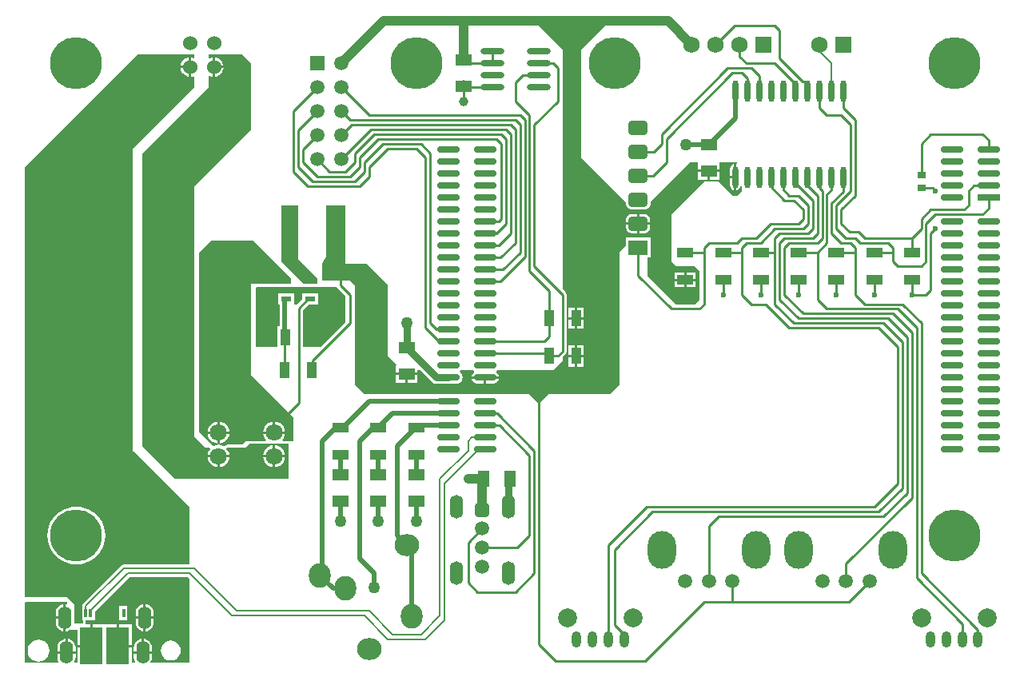
<source format=gtl>
G04 Layer_Physical_Order=1*
G04 Layer_Color=25308*
%FSLAX25Y25*%
%MOIN*%
G70*
G01*
G75*
%ADD10R,0.06693X0.04331*%
%ADD11R,0.07087X0.05118*%
%ADD12O,0.09449X0.02992*%
%ADD13R,0.09449X0.02992*%
%ADD14R,0.05118X0.07087*%
%ADD15R,0.06693X0.04134*%
%ADD16R,0.04134X0.06693*%
%ADD17O,0.02362X0.09055*%
%ADD18R,0.04331X0.02362*%
%ADD19R,0.06299X0.22441*%
%ADD20O,0.09843X0.02756*%
%ADD21R,0.01181X0.03543*%
%ADD22R,0.01969X0.03543*%
%ADD23R,0.09449X0.15748*%
%ADD24R,0.03543X0.02756*%
%ADD25C,0.01969*%
%ADD26C,0.00787*%
%ADD27C,0.02992*%
%ADD28C,0.03937*%
%ADD29C,0.00984*%
%ADD30C,0.06890*%
%ADD31R,0.06890X0.06890*%
%ADD32C,0.21654*%
G04:AMPARAMS|DCode=33|XSize=60mil|YSize=80mil|CornerRadius=15mil|HoleSize=0mil|Usage=FLASHONLY|Rotation=90.000|XOffset=0mil|YOffset=0mil|HoleType=Round|Shape=RoundedRectangle|*
%AMROUNDEDRECTD33*
21,1,0.06000,0.05000,0,0,90.0*
21,1,0.03000,0.08000,0,0,90.0*
1,1,0.03000,0.02500,0.01500*
1,1,0.03000,0.02500,-0.01500*
1,1,0.03000,-0.02500,-0.01500*
1,1,0.03000,-0.02500,0.01500*
%
%ADD33ROUNDEDRECTD33*%
%ADD34R,0.08000X0.06000*%
G04:AMPARAMS|DCode=35|XSize=59.84mil|YSize=59.84mil|CornerRadius=14.96mil|HoleSize=0mil|Usage=FLASHONLY|Rotation=0.000|XOffset=0mil|YOffset=0mil|HoleType=Round|Shape=RoundedRectangle|*
%AMROUNDEDRECTD35*
21,1,0.05984,0.02992,0,0,0.0*
21,1,0.02992,0.05984,0,0,0.0*
1,1,0.02992,0.01496,-0.01496*
1,1,0.02992,-0.01496,-0.01496*
1,1,0.02992,-0.01496,0.01496*
1,1,0.02992,0.01496,0.01496*
%
%ADD35ROUNDEDRECTD35*%
%ADD36C,0.05984*%
%ADD37O,0.05512X0.09843*%
%ADD38C,0.07874*%
%ADD39O,0.03937X0.06890*%
%ADD40C,0.06000*%
%ADD41C,0.05906*%
%ADD42O,0.11811X0.15748*%
%ADD43O,0.05512X0.09449*%
%ADD44C,0.07087*%
%ADD45R,0.05906X0.05906*%
%ADD46O,0.10236X0.09055*%
%ADD47O,0.09055X0.10236*%
%ADD48C,0.05000*%
%ADD49C,0.02362*%
%ADD50C,0.02756*%
%ADD51C,0.03937*%
G36*
X194882Y350394D02*
X194882Y322835D01*
X171260Y299213D01*
X171260Y194882D01*
X175984Y190157D01*
X177661D01*
X177908Y189657D01*
X177331Y188905D01*
X176873Y187800D01*
X176783Y187114D01*
X185816D01*
X185725Y187800D01*
X185268Y188905D01*
X184691Y189657D01*
X184937Y190157D01*
X192520Y190157D01*
X194094Y191732D01*
X204218D01*
X204527Y191692D01*
X204837Y191732D01*
X210630D01*
Y177165D01*
X163386Y177165D01*
X149606Y190945D01*
Y312992D01*
X177165Y340551D01*
Y345017D01*
X177665Y345307D01*
X178405Y345001D01*
X178949Y344929D01*
Y348898D01*
Y352866D01*
X178405Y352795D01*
X177665Y352488D01*
X177165Y352779D01*
Y354331D01*
X190945D01*
X194882Y350394D01*
D02*
G37*
G36*
X230695Y257283D02*
X230707Y257221D01*
X231077Y256668D01*
X234252Y253493D01*
X234252Y250000D01*
X234252Y242570D01*
X223965Y232283D01*
X216538D01*
Y247590D01*
X218751Y249803D01*
X223031D01*
Y254527D01*
X216338D01*
Y252216D01*
X214123Y250000D01*
X212795D01*
Y254527D01*
X206102D01*
Y249803D01*
X206749D01*
Y244094D01*
X206749Y244094D01*
Y240748D01*
X205974D01*
Y232283D01*
X196850D01*
X196850Y256930D01*
X197204Y257283D01*
X230695Y257283D01*
D02*
G37*
G36*
X344026Y367648D02*
X332677Y356299D01*
X332677Y311023D01*
X351095Y292606D01*
Y292122D01*
X351187Y291422D01*
X351457Y290770D01*
X351887Y290210D01*
X352447Y289780D01*
X353099Y289510D01*
X353799Y289418D01*
X358799D01*
X359499Y289510D01*
X360151Y289780D01*
X360711Y290210D01*
X361141Y290770D01*
X361411Y291422D01*
X361503Y292122D01*
Y292606D01*
X377953Y309055D01*
X381283D01*
Y306012D01*
X390370D01*
Y309055D01*
X397528D01*
X397680Y308856D01*
X397396Y308403D01*
X397291Y308423D01*
Y302953D01*
Y297482D01*
X397642Y297552D01*
X398364Y298034D01*
X398846Y298755D01*
X398944Y299249D01*
X399454D01*
X399566Y298685D01*
X399606Y298624D01*
Y297244D01*
X397638Y295275D01*
X395669Y295276D01*
X389764Y301181D01*
X384037Y301181D01*
X370079Y287402D01*
Y267717D01*
X372047Y265748D01*
X379921D01*
X381890Y263779D01*
X381890Y251968D01*
X379921Y250000D01*
X372047Y250000D01*
X360236Y261811D01*
X360236Y269441D01*
X361480D01*
Y277803D01*
X351118D01*
Y274346D01*
X348425Y271654D01*
X348425Y218779D01*
X348425Y218779D01*
Y216535D01*
X344488Y212598D01*
X318898D01*
X315211Y208911D01*
X314711D01*
X311024Y212598D01*
X242126D01*
X238189Y216535D01*
Y257874D01*
X236220Y259842D01*
X224763Y259842D01*
X224409Y260196D01*
X224409Y266732D01*
X226378Y269685D01*
Y291338D01*
X234252D01*
Y271654D01*
Y266732D01*
X243110D01*
X251969Y257874D01*
X251968Y228346D01*
X255448Y224867D01*
X255299Y224425D01*
X255299D01*
X255299Y224425D01*
Y221366D01*
X264386D01*
Y222441D01*
X265473D01*
X270315Y217599D01*
X270874Y217169D01*
X271335Y216979D01*
X271526Y216900D01*
X272224Y216808D01*
X280394D01*
X281093Y216900D01*
X281744Y217169D01*
X282303Y217599D01*
X282732Y218158D01*
X283002Y218809D01*
X283094Y219508D01*
X283002Y220207D01*
X282732Y220858D01*
X282303Y221417D01*
X282068Y221598D01*
X282024Y222157D01*
X282304Y222441D01*
X287587D01*
X287913Y222191D01*
X287942Y222160D01*
X287960Y221620D01*
X287492Y221307D01*
X286940Y220482D01*
X286846Y220008D01*
X298194D01*
X298099Y220482D01*
X297548Y221307D01*
X297079Y221620D01*
X297098Y222160D01*
X297126Y222191D01*
X297452Y222441D01*
X320866D01*
X322244Y223819D01*
X322441D01*
Y224016D01*
X324803Y226378D01*
Y227902D01*
X326009Y229109D01*
X326379Y229662D01*
X326509Y230315D01*
Y253937D01*
X326379Y254590D01*
X326009Y255143D01*
X324803Y256350D01*
X324803Y307087D01*
Y336614D01*
Y356299D01*
X313454Y367648D01*
X313645Y368110D01*
X343835D01*
X344026Y367648D01*
D02*
G37*
G36*
X211614Y260827D02*
X211614Y258488D01*
X197204Y258488D01*
X197204Y258488D01*
X197087Y258465D01*
X194882D01*
X194882Y220472D01*
X212598Y202756D01*
Y192913D01*
X210746D01*
X210630Y192937D01*
X208183D01*
X207937Y193437D01*
X208496Y194165D01*
X208954Y195271D01*
X209044Y195957D01*
X200011D01*
X200101Y195271D01*
X200559Y194165D01*
X201118Y193437D01*
X200872Y192937D01*
X194094D01*
X193978Y192913D01*
X192913D01*
X191362Y191362D01*
X184937Y191362D01*
X184745Y191323D01*
X184550Y191298D01*
X184516Y191278D01*
X184476Y191270D01*
X184313Y191161D01*
X184143Y191063D01*
X184119Y191031D01*
X184086Y191009D01*
X184043Y190945D01*
X183189D01*
X182533Y191217D01*
X181299Y191379D01*
X180066Y191217D01*
X179409Y190945D01*
X179134D01*
X173228Y196850D01*
Y271654D01*
X178150Y276575D01*
X195866D01*
X211614Y260827D01*
D02*
G37*
G36*
X171260Y354331D02*
Y352927D01*
X170844Y352649D01*
X170493Y352795D01*
X169949Y352866D01*
Y348898D01*
Y344929D01*
X170493Y345001D01*
X170844Y345146D01*
X171260Y344868D01*
Y340551D01*
X145669Y314961D01*
Y188976D01*
X169291Y165354D01*
X169291Y141369D01*
X141732D01*
X141118Y141247D01*
X140597Y140899D01*
X140597Y140899D01*
X124849Y125151D01*
X124501Y124630D01*
X124480Y124528D01*
X124379Y124016D01*
X124379Y124016D01*
X124213D01*
Y118110D01*
X124780D01*
Y117283D01*
X124426Y116929D01*
X121483Y116929D01*
X121154Y117305D01*
X121156Y117323D01*
Y121260D01*
X121063Y121966D01*
Y125000D01*
X118110Y127953D01*
X100394D01*
X100394Y307086D01*
X147638Y354331D01*
X171260Y354331D01*
D02*
G37*
G36*
X169291Y135524D02*
Y100394D01*
X153231D01*
X153010Y100842D01*
X153025Y100862D01*
X153403Y101775D01*
X153532Y102756D01*
Y104224D01*
X145956D01*
Y102756D01*
X146085Y101775D01*
X146463Y100862D01*
X146478Y100842D01*
X146257Y100394D01*
X145094D01*
Y106980D01*
X139370D01*
Y107480D01*
X138870D01*
Y116354D01*
X128846D01*
Y107480D01*
X128346D01*
Y106980D01*
X122622D01*
Y100394D01*
X121459D01*
X121238Y100842D01*
X121253Y100862D01*
X121632Y101775D01*
X121761Y102756D01*
Y104224D01*
X114184D01*
Y102756D01*
X114313Y101775D01*
X114692Y100862D01*
X114707Y100842D01*
X114486Y100394D01*
X100394D01*
Y114173D01*
X100394Y125631D01*
X100747Y125984D01*
X118110D01*
Y125305D01*
X117734Y124976D01*
X117685Y124982D01*
Y119291D01*
Y113600D01*
X118166Y113664D01*
X119079Y114042D01*
X119250Y114173D01*
X122622D01*
Y107980D01*
X127846D01*
Y116354D01*
X125984D01*
Y118110D01*
X129724D01*
Y121548D01*
X144366Y136190D01*
X168626D01*
X169291Y135524D01*
D02*
G37*
G36*
X214567Y268701D02*
X222441Y260827D01*
Y258841D01*
X222087Y258488D01*
X216906Y258488D01*
X207677Y267717D01*
Y291338D01*
X214567D01*
Y268701D01*
D02*
G37*
%LPC*%
G36*
X204028Y186114D02*
X200011D01*
X200101Y185428D01*
X200559Y184323D01*
X201287Y183374D01*
X202236Y182646D01*
X203342Y182188D01*
X204028Y182097D01*
Y186114D01*
D02*
G37*
G36*
X209044D02*
X205028D01*
Y182097D01*
X205714Y182188D01*
X206819Y182646D01*
X207768Y183374D01*
X208496Y184323D01*
X208954Y185428D01*
X209044Y186114D01*
D02*
G37*
G36*
X122047Y165588D02*
X120163Y165440D01*
X118325Y164999D01*
X116579Y164275D01*
X114967Y163288D01*
X113530Y162060D01*
X112303Y160623D01*
X111315Y159012D01*
X110592Y157265D01*
X110151Y155428D01*
X110002Y153543D01*
X110151Y151659D01*
X110592Y149821D01*
X111315Y148075D01*
X112303Y146463D01*
X113530Y145026D01*
X114967Y143799D01*
X116579Y142811D01*
X118325Y142088D01*
X120163Y141647D01*
X122047Y141498D01*
X123931Y141647D01*
X125769Y142088D01*
X127515Y142811D01*
X129127Y143799D01*
X130564Y145026D01*
X131792Y146463D01*
X132779Y148075D01*
X133503Y149821D01*
X133944Y151659D01*
X134092Y153543D01*
X133944Y155428D01*
X133503Y157265D01*
X132779Y159012D01*
X131792Y160623D01*
X130564Y162060D01*
X129127Y163288D01*
X127515Y164275D01*
X125769Y164999D01*
X123931Y165440D01*
X122047Y165588D01*
D02*
G37*
G36*
X180799Y186114D02*
X176783D01*
X176873Y185428D01*
X177331Y184323D01*
X178059Y183374D01*
X179008Y182646D01*
X180113Y182188D01*
X180799Y182097D01*
Y186114D01*
D02*
G37*
G36*
X185816D02*
X181799D01*
Y182097D01*
X182485Y182188D01*
X183590Y182646D01*
X184539Y183374D01*
X185268Y184323D01*
X185725Y185428D01*
X185816Y186114D01*
D02*
G37*
G36*
X181799Y200973D02*
Y196957D01*
X185816D01*
X185725Y197643D01*
X185268Y198748D01*
X184539Y199697D01*
X183590Y200425D01*
X182485Y200883D01*
X181799Y200973D01*
D02*
G37*
G36*
X180799D02*
X180113Y200883D01*
X179008Y200425D01*
X178059Y199697D01*
X177331Y198748D01*
X176873Y197643D01*
X176783Y196957D01*
X180799D01*
Y200973D01*
D02*
G37*
G36*
X205028D02*
Y196957D01*
X209044D01*
X208954Y197643D01*
X208496Y198748D01*
X207768Y199697D01*
X206819Y200425D01*
X205714Y200883D01*
X205028Y200973D01*
D02*
G37*
G36*
X204028D02*
X203342Y200883D01*
X202236Y200425D01*
X201287Y199697D01*
X200559Y198748D01*
X200101Y197643D01*
X200011Y196957D01*
X204028D01*
Y200973D01*
D02*
G37*
G36*
X205028Y191131D02*
Y187114D01*
X209044D01*
X208954Y187800D01*
X208496Y188905D01*
X207768Y189854D01*
X206819Y190583D01*
X205714Y191041D01*
X205028Y191131D01*
D02*
G37*
G36*
X204028D02*
X203342Y191041D01*
X202236Y190583D01*
X201287Y189854D01*
X200559Y188905D01*
X200101Y187800D01*
X200011Y187114D01*
X204028D01*
Y191131D01*
D02*
G37*
G36*
X185816Y195957D02*
X181799D01*
Y191940D01*
X182485Y192030D01*
X183590Y192488D01*
X184539Y193216D01*
X185268Y194165D01*
X185725Y195271D01*
X185816Y195957D01*
D02*
G37*
G36*
X180799D02*
X176783D01*
X176873Y195271D01*
X177331Y194165D01*
X178059Y193216D01*
X179008Y192488D01*
X180113Y192030D01*
X180799Y191940D01*
Y195957D01*
D02*
G37*
G36*
X149244Y110415D02*
X148764Y110352D01*
X147850Y109974D01*
X147065Y109372D01*
X146463Y108587D01*
X146085Y107673D01*
X145956Y106693D01*
Y105224D01*
X149244D01*
Y110415D01*
D02*
G37*
G36*
X150244D02*
Y105224D01*
X153532D01*
Y106693D01*
X153403Y107673D01*
X153025Y108587D01*
X152423Y109372D01*
X151638Y109974D01*
X150724Y110352D01*
X150244Y110415D01*
D02*
G37*
G36*
X145094Y116354D02*
X139870D01*
Y107980D01*
X145094D01*
Y116354D01*
D02*
G37*
G36*
X118472Y110415D02*
Y105224D01*
X121761D01*
Y106693D01*
X121632Y107673D01*
X121253Y108587D01*
X120651Y109372D01*
X119867Y109974D01*
X118953Y110352D01*
X118472Y110415D01*
D02*
G37*
G36*
X106299Y110078D02*
X105117Y109923D01*
X104016Y109467D01*
X103070Y108741D01*
X102344Y107795D01*
X101888Y106694D01*
X101733Y105512D01*
X101888Y104330D01*
X102344Y103228D01*
X103070Y102283D01*
X104016Y101557D01*
X105117Y101101D01*
X106299Y100945D01*
X107481Y101101D01*
X108582Y101557D01*
X109528Y102283D01*
X110254Y103228D01*
X110710Y104330D01*
X110866Y105512D01*
X110710Y106694D01*
X110254Y107795D01*
X109528Y108741D01*
X108582Y109467D01*
X107481Y109923D01*
X106299Y110078D01*
D02*
G37*
G36*
X161417Y109681D02*
X160338Y109539D01*
X159333Y109123D01*
X158469Y108460D01*
X157806Y107597D01*
X157390Y106591D01*
X157248Y105512D01*
X157390Y104433D01*
X157806Y103427D01*
X158469Y102564D01*
X159333Y101901D01*
X160338Y101484D01*
X161417Y101342D01*
X162496Y101484D01*
X163502Y101901D01*
X164366Y102564D01*
X165028Y103427D01*
X165445Y104433D01*
X165587Y105512D01*
X165445Y106591D01*
X165028Y107597D01*
X164366Y108460D01*
X163502Y109123D01*
X162496Y109539D01*
X161417Y109681D01*
D02*
G37*
G36*
X117472Y110415D02*
X116992Y110352D01*
X116078Y109974D01*
X115294Y109372D01*
X114692Y108587D01*
X114313Y107673D01*
X114184Y106693D01*
Y105224D01*
X117472D01*
Y110415D01*
D02*
G37*
G36*
X116685Y124982D02*
X116205Y124919D01*
X115291Y124541D01*
X114506Y123939D01*
X113904Y123154D01*
X113526Y122240D01*
X113397Y121260D01*
Y119791D01*
X116685D01*
Y124982D01*
D02*
G37*
G36*
X150031D02*
X149551Y124919D01*
X148637Y124541D01*
X147853Y123939D01*
X147251Y123154D01*
X146872Y122240D01*
X146743Y121260D01*
Y119791D01*
X150031D01*
Y124982D01*
D02*
G37*
G36*
X151031D02*
Y119791D01*
X154320D01*
Y121260D01*
X154191Y122240D01*
X153812Y123154D01*
X153210Y123939D01*
X152426Y124541D01*
X151512Y124919D01*
X151031Y124982D01*
D02*
G37*
G36*
X143504Y124016D02*
X139961D01*
Y118110D01*
X143504D01*
Y124016D01*
D02*
G37*
G36*
X116685Y118791D02*
X113397D01*
Y117323D01*
X113526Y116342D01*
X113904Y115429D01*
X114506Y114644D01*
X115291Y114042D01*
X116205Y113664D01*
X116685Y113600D01*
Y118791D01*
D02*
G37*
G36*
X150031D02*
X146743D01*
Y117323D01*
X146872Y116342D01*
X147251Y115429D01*
X147853Y114644D01*
X148637Y114042D01*
X149551Y113664D01*
X150031Y113600D01*
Y118791D01*
D02*
G37*
G36*
X154320D02*
X151031D01*
Y113600D01*
X151512Y113664D01*
X152426Y114042D01*
X153210Y114644D01*
X153812Y115429D01*
X154191Y116342D01*
X154320Y117323D01*
Y118791D01*
D02*
G37*
G36*
X355799Y287671D02*
X353799D01*
X352824Y287477D01*
X351997Y286924D01*
X351444Y286097D01*
X351250Y285122D01*
Y284122D01*
X355799D01*
Y287671D01*
D02*
G37*
G36*
X358799D02*
X356799D01*
Y284122D01*
X361348D01*
Y285122D01*
X361154Y286097D01*
X360602Y286924D01*
X359775Y287477D01*
X358799Y287671D01*
D02*
G37*
G36*
X396291Y302453D02*
X394567D01*
Y299606D01*
X394737Y298755D01*
X395219Y298034D01*
X395940Y297552D01*
X396291Y297482D01*
Y302453D01*
D02*
G37*
G36*
X361348Y283122D02*
X356799D01*
Y279573D01*
X358799D01*
X359775Y279767D01*
X360602Y280320D01*
X361154Y281147D01*
X361348Y282122D01*
Y283122D01*
D02*
G37*
G36*
X375484Y263205D02*
X371638D01*
Y260638D01*
X375484D01*
Y263205D01*
D02*
G37*
G36*
X380331D02*
X376484D01*
Y260638D01*
X380331D01*
Y263205D01*
D02*
G37*
G36*
X355799Y283122D02*
X351250D01*
Y282122D01*
X351444Y281147D01*
X351997Y280320D01*
X352824Y279767D01*
X353799Y279573D01*
X355799D01*
Y283122D01*
D02*
G37*
G36*
X183417Y348398D02*
X179949D01*
Y344929D01*
X180493Y345001D01*
X181466Y345404D01*
X182302Y346045D01*
X182943Y346880D01*
X183346Y347853D01*
X183417Y348398D01*
D02*
G37*
G36*
X168949Y352866D02*
X168405Y352795D01*
X167431Y352392D01*
X166596Y351750D01*
X165955Y350915D01*
X165552Y349942D01*
X165480Y349398D01*
X168949D01*
Y352866D01*
D02*
G37*
G36*
X179949D02*
Y349398D01*
X183417D01*
X183346Y349942D01*
X182943Y350915D01*
X182302Y351750D01*
X181466Y352392D01*
X180493Y352795D01*
X179949Y352866D01*
D02*
G37*
G36*
X168949Y348398D02*
X165480D01*
X165552Y347853D01*
X165955Y346880D01*
X166596Y346045D01*
X167431Y345404D01*
X168405Y345001D01*
X168949Y344929D01*
Y348398D01*
D02*
G37*
G36*
X385327Y305012D02*
X381283D01*
Y301953D01*
X385327D01*
Y305012D01*
D02*
G37*
G36*
X390370D02*
X386327D01*
Y301953D01*
X390370D01*
Y305012D01*
D02*
G37*
G36*
X396291Y308423D02*
X395940Y308354D01*
X395219Y307872D01*
X394737Y307150D01*
X394567Y306299D01*
Y303453D01*
X396291D01*
Y308423D01*
D02*
G37*
G36*
X329913Y227846D02*
X327346D01*
Y224000D01*
X329913D01*
Y227846D01*
D02*
G37*
G36*
X333480D02*
X330913D01*
Y224000D01*
X333480D01*
Y227846D01*
D02*
G37*
G36*
X329913Y232693D02*
X327346D01*
Y228846D01*
X329913D01*
Y232693D01*
D02*
G37*
G36*
X264386Y220366D02*
X260343D01*
Y217307D01*
X264386D01*
Y220366D01*
D02*
G37*
G36*
X292020Y219008D02*
X286846D01*
X286940Y218534D01*
X287492Y217708D01*
X288317Y217157D01*
X289291Y216963D01*
X292020D01*
Y219008D01*
D02*
G37*
G36*
X298194D02*
X293020D01*
Y216963D01*
X295748D01*
X296722Y217157D01*
X297548Y217708D01*
X298099Y218534D01*
X298194Y219008D01*
D02*
G37*
G36*
X259343Y220366D02*
X255299D01*
Y217307D01*
X259343D01*
Y220366D01*
D02*
G37*
G36*
X333480Y248441D02*
X330913D01*
Y244594D01*
X333480D01*
Y248441D01*
D02*
G37*
G36*
X375484Y259638D02*
X371638D01*
Y257071D01*
X375484D01*
Y259638D01*
D02*
G37*
G36*
X380331D02*
X376484D01*
Y257071D01*
X380331D01*
Y259638D01*
D02*
G37*
G36*
X329913Y248441D02*
X327346D01*
Y244594D01*
X329913D01*
Y248441D01*
D02*
G37*
G36*
X333480Y232693D02*
X330913D01*
Y228846D01*
X333480D01*
Y232693D01*
D02*
G37*
G36*
X329913Y243594D02*
X327346D01*
Y239748D01*
X329913D01*
Y243594D01*
D02*
G37*
G36*
X333480D02*
X330913D01*
Y239748D01*
X333480D01*
Y243594D01*
D02*
G37*
%LPD*%
D10*
X263779Y198622D02*
D03*
Y187205D02*
D03*
X248031Y198622D02*
D03*
Y187205D02*
D03*
X232283Y198622D02*
D03*
Y187205D02*
D03*
D11*
Y167717D02*
D03*
Y178740D02*
D03*
X385827Y316535D02*
D03*
Y305512D02*
D03*
X283465Y340945D02*
D03*
Y351969D02*
D03*
X228346Y263386D02*
D03*
Y252362D02*
D03*
X200787Y263386D02*
D03*
Y252362D02*
D03*
X259842Y220866D02*
D03*
Y231890D02*
D03*
X248031Y167717D02*
D03*
Y178740D02*
D03*
X263779Y167717D02*
D03*
Y178740D02*
D03*
D12*
X277165Y209508D02*
D03*
Y204508D02*
D03*
Y199508D02*
D03*
Y194508D02*
D03*
Y189508D02*
D03*
X292520Y209508D02*
D03*
Y204508D02*
D03*
Y199508D02*
D03*
Y194508D02*
D03*
Y189508D02*
D03*
X277165Y314508D02*
D03*
Y309508D02*
D03*
Y304508D02*
D03*
Y299508D02*
D03*
Y294508D02*
D03*
Y289508D02*
D03*
Y284508D02*
D03*
Y279508D02*
D03*
Y274508D02*
D03*
Y269508D02*
D03*
Y264508D02*
D03*
Y259508D02*
D03*
Y254508D02*
D03*
Y249508D02*
D03*
Y244508D02*
D03*
Y239508D02*
D03*
Y234508D02*
D03*
Y229508D02*
D03*
Y224508D02*
D03*
Y219508D02*
D03*
X292520Y314508D02*
D03*
Y309508D02*
D03*
Y304508D02*
D03*
Y299508D02*
D03*
Y294508D02*
D03*
Y289508D02*
D03*
Y284508D02*
D03*
Y279508D02*
D03*
Y274508D02*
D03*
Y269508D02*
D03*
Y264508D02*
D03*
Y259508D02*
D03*
Y254508D02*
D03*
Y249508D02*
D03*
Y244508D02*
D03*
Y239508D02*
D03*
Y234508D02*
D03*
Y229508D02*
D03*
Y224508D02*
D03*
Y219508D02*
D03*
X487165Y284508D02*
D03*
Y279508D02*
D03*
Y274508D02*
D03*
Y269508D02*
D03*
Y264508D02*
D03*
Y259508D02*
D03*
Y254508D02*
D03*
Y249508D02*
D03*
Y244508D02*
D03*
Y239508D02*
D03*
Y234508D02*
D03*
Y229508D02*
D03*
Y224508D02*
D03*
Y219508D02*
D03*
Y214508D02*
D03*
Y209508D02*
D03*
Y204508D02*
D03*
Y199508D02*
D03*
Y194508D02*
D03*
Y189508D02*
D03*
X502520Y284508D02*
D03*
Y279508D02*
D03*
Y274508D02*
D03*
Y269508D02*
D03*
Y264508D02*
D03*
Y259508D02*
D03*
Y254508D02*
D03*
Y249508D02*
D03*
Y244508D02*
D03*
Y239508D02*
D03*
Y234508D02*
D03*
Y229508D02*
D03*
Y224508D02*
D03*
Y219508D02*
D03*
Y214508D02*
D03*
Y209508D02*
D03*
Y204508D02*
D03*
Y199508D02*
D03*
Y194508D02*
D03*
Y189508D02*
D03*
X487165Y314508D02*
D03*
Y309508D02*
D03*
Y304508D02*
D03*
Y299508D02*
D03*
Y294508D02*
D03*
X502520Y314508D02*
D03*
Y309508D02*
D03*
Y304508D02*
D03*
Y299508D02*
D03*
D13*
Y294508D02*
D03*
D14*
X302756Y177165D02*
D03*
X291732D02*
D03*
D15*
X391732Y260138D02*
D03*
Y271358D02*
D03*
X407480Y260138D02*
D03*
Y271358D02*
D03*
X423228Y260138D02*
D03*
Y271358D02*
D03*
X470472Y260138D02*
D03*
Y271358D02*
D03*
X438976Y260138D02*
D03*
Y271358D02*
D03*
X454724Y260138D02*
D03*
Y271358D02*
D03*
X375984Y260138D02*
D03*
Y271358D02*
D03*
D16*
X330413Y228346D02*
D03*
X319193D02*
D03*
X330413Y244094D02*
D03*
X319193D02*
D03*
X220443Y236220D02*
D03*
X209222D02*
D03*
X208957Y222441D02*
D03*
X220177D02*
D03*
D17*
X396791Y302953D02*
D03*
X401791D02*
D03*
X406791D02*
D03*
X411791D02*
D03*
X416791D02*
D03*
X421791D02*
D03*
X426791D02*
D03*
X431791D02*
D03*
X436791D02*
D03*
X441791D02*
D03*
X396791Y338779D02*
D03*
X401791D02*
D03*
X406791D02*
D03*
X411791D02*
D03*
X416791D02*
D03*
X421791D02*
D03*
X426791D02*
D03*
X431791D02*
D03*
X436791D02*
D03*
X441791D02*
D03*
D18*
X209449Y252165D02*
D03*
Y259646D02*
D03*
X219685D02*
D03*
Y255906D02*
D03*
Y252165D02*
D03*
D19*
X211220Y279527D02*
D03*
X229724D02*
D03*
D20*
X295472Y355532D02*
D03*
Y350532D02*
D03*
Y345532D02*
D03*
Y340531D02*
D03*
X314764Y355532D02*
D03*
Y350532D02*
D03*
Y345532D02*
D03*
Y340531D02*
D03*
D21*
X127953Y121063D02*
D03*
X125984D02*
D03*
X141732D02*
D03*
D22*
X123622D02*
D03*
X144094D02*
D03*
D23*
X128346Y107480D02*
D03*
X139370D02*
D03*
D24*
X474409Y298425D02*
D03*
Y303937D02*
D03*
D25*
X240157Y143701D02*
X246063Y137795D01*
Y131890D02*
Y137795D01*
X263779Y159449D02*
Y167717D01*
X248031Y159449D02*
Y167717D01*
X232283Y159449D02*
Y167717D01*
X263779Y178740D02*
Y187205D01*
X248031Y178740D02*
Y187205D01*
X232283Y178740D02*
Y187205D01*
X264468Y199508D02*
X277165D01*
X255906Y190945D02*
X264468Y199508D01*
X255906Y153543D02*
Y190945D01*
X240157Y192913D02*
X245866Y198622D01*
X248031D01*
X224409Y192913D02*
X230118Y198622D01*
X232283D01*
X244094Y209508D02*
X277165D01*
X233209Y198622D02*
X244094Y209508D01*
X232283Y198622D02*
X233209D01*
X253917Y204508D02*
X277165D01*
X248031Y198622D02*
X253917Y204508D01*
X208957Y244094D02*
X208957Y244094D01*
Y251673D01*
X209449Y252165D01*
X208957Y235955D02*
Y244094D01*
X123622Y121063D02*
Y125591D01*
X124016Y125984D01*
X123622Y118110D02*
Y121063D01*
X385827Y316535D02*
X396791Y327500D01*
Y338779D01*
X376378Y316535D02*
X385827D01*
X224409Y137795D02*
Y192913D01*
X223622Y137008D02*
X224409Y137795D01*
X223622Y137008D02*
X229134Y131496D01*
X234252D01*
X240157Y143701D02*
Y192913D01*
X255906Y153543D02*
X259842Y149606D01*
X261811Y119685D02*
Y147638D01*
X259842Y149606D02*
X261811Y147638D01*
D26*
X289901Y189508D02*
X292520D01*
X275590Y175197D02*
X289901Y189508D01*
X275590Y118110D02*
Y175197D01*
X285433Y188976D02*
Y192913D01*
X273622Y177165D02*
X285433Y188976D01*
X273622Y120079D02*
Y177165D01*
X432008Y355394D02*
Y358268D01*
Y355394D02*
X436791Y350610D01*
Y338779D02*
Y350610D01*
X187008Y120079D02*
X242126D01*
X169291Y137795D02*
X187008Y120079D01*
X143701Y137795D02*
X169291D01*
X188976Y122047D02*
X244094D01*
X171260Y139764D02*
X188976Y122047D01*
X141732Y139764D02*
X171260D01*
X143504Y120472D02*
X144094Y121063D01*
X143504Y118110D02*
Y120472D01*
Y121653D02*
X144094Y121063D01*
X143504Y121653D02*
Y124016D01*
X287028Y194508D02*
X292520D01*
X285433Y192913D02*
X287028Y194508D01*
X125984Y121063D02*
Y124016D01*
X127953Y121063D02*
Y122047D01*
X143701Y137795D01*
X125984Y124016D02*
X141732Y139764D01*
X242126Y120079D02*
X251969Y110236D01*
X244094Y122047D02*
X253937Y112205D01*
X251969Y110236D02*
X267717D01*
X253937Y112205D02*
X265748D01*
X267717Y110236D02*
X275590Y118110D01*
X265748Y112205D02*
X273622Y120079D01*
D27*
X259842Y231890D02*
X272224Y219508D01*
X302106Y165354D02*
Y176516D01*
X302756Y177165D01*
X272224Y219508D02*
X277165D01*
X259842Y231890D02*
Y242126D01*
D28*
X285433Y177165D02*
X291732D01*
X368858Y368110D02*
X378701Y358268D01*
X283465Y368110D02*
X368858D01*
X228346Y263386D02*
X229724Y264764D01*
X291338Y164291D02*
Y176772D01*
X291732Y177165D01*
X232441Y350394D02*
X250157Y368110D01*
X283465Y351969D02*
Y368110D01*
X250157D02*
X283465D01*
D29*
X478346Y279527D02*
X480315Y281496D01*
X478346Y255906D02*
Y279527D01*
X476378Y253937D02*
X478346Y255906D01*
X476378Y283465D02*
X480315Y287402D01*
X476378Y267717D02*
Y283465D01*
X474409Y265748D02*
X476378Y267717D01*
X492126Y289370D02*
X494094Y291338D01*
X478346Y289370D02*
X492126D01*
X474409Y285433D02*
X478346Y289370D01*
X498032Y110236D02*
Y114173D01*
X466535Y250000D02*
X474409Y242126D01*
Y137795D02*
Y242126D01*
Y137795D02*
X498032Y114173D01*
X464567Y248031D02*
X472441Y240157D01*
Y135827D02*
Y240157D01*
Y135827D02*
X491634Y116634D01*
X462598Y246063D02*
X470472Y238189D01*
Y169291D02*
Y238189D01*
X442913Y141732D02*
X470472Y169291D01*
X460630Y244094D02*
X468504Y236220D01*
Y171260D02*
Y236220D01*
X458661Y161417D02*
X468504Y171260D01*
X458661Y242126D02*
X466535Y234252D01*
Y173228D02*
Y234252D01*
X456693Y163386D02*
X466535Y173228D01*
X456693Y240157D02*
X464567Y232283D01*
Y175197D02*
Y232283D01*
X454724Y165354D02*
X464567Y175197D01*
X491634Y110236D02*
Y116634D01*
X319193Y228346D02*
X322835D01*
X324803Y230315D01*
X312992Y265748D02*
X324803Y253937D01*
Y230315D02*
Y253937D01*
X311024Y263779D02*
X319193Y255610D01*
Y236516D02*
Y255610D01*
X317185Y234508D02*
X319193Y236516D01*
X292520Y234508D02*
X317185D01*
X415354Y352362D02*
Y364173D01*
Y352362D02*
X424823Y342894D01*
X426791D01*
X285433Y150512D02*
X291338Y156417D01*
X285433Y133858D02*
Y150512D01*
Y133858D02*
X289370Y129921D01*
X383858Y250000D02*
Y273622D01*
X381890Y248031D02*
X383858Y250000D01*
X370079Y248031D02*
X381890D01*
X356299Y261811D02*
X370079Y248031D01*
X356299Y261811D02*
Y273622D01*
X218701Y252165D02*
X219685D01*
X214832Y248297D02*
X218701Y252165D01*
X214832Y208790D02*
Y248297D01*
X479134Y298425D02*
X480315Y297244D01*
X350394Y110236D02*
Y112205D01*
X346457Y116142D02*
X350394Y112205D01*
X346457Y116142D02*
Y147638D01*
X368110Y318898D02*
X395669Y346457D01*
X368110Y309055D02*
Y318898D01*
X362677Y303622D02*
X368110Y309055D01*
X366142Y320866D02*
X393701Y348425D01*
X366142Y316929D02*
Y320866D01*
X362835Y313622D02*
X366142Y316929D01*
X399606Y346457D02*
X401791Y344272D01*
Y338779D02*
Y344272D01*
X403543Y348425D02*
X406791Y345177D01*
Y338779D02*
Y345177D01*
X398701Y353268D02*
X401575Y350394D01*
X398701Y353268D02*
Y358268D01*
X435039Y328740D02*
X440945D01*
X431791Y331988D02*
X435039Y328740D01*
X431791Y331988D02*
Y338779D01*
X267717Y240157D02*
Y311024D01*
X263779Y314961D02*
X267717Y311024D01*
X251968Y314961D02*
X263779D01*
X269685Y242126D02*
Y312992D01*
X265748Y316929D02*
X269685Y312992D01*
X250000Y316929D02*
X265748D01*
X244094Y307087D02*
X251968Y314961D01*
X244094Y303150D02*
Y307087D01*
X240157Y299213D02*
X244094Y303150D01*
X218504Y299213D02*
X240157D01*
X242126Y309055D02*
X250000Y316929D01*
X238189Y301181D02*
X242126Y305118D01*
Y309055D01*
X220472Y301181D02*
X238189D01*
X240157Y307087D02*
Y311024D01*
X236220Y303150D02*
X240157Y307087D01*
X222441Y303150D02*
X236220D01*
X238189Y309055D02*
Y312992D01*
X234252Y305118D02*
X238189Y309055D01*
X227716Y305118D02*
X234252D01*
X212598Y305118D02*
X218504Y299213D01*
X212598Y305118D02*
Y330551D01*
X214567Y307087D02*
X220472Y301181D01*
X214567Y307087D02*
Y322520D01*
X216535Y309055D02*
X222441Y303150D01*
X216535Y309055D02*
Y314488D01*
X208799Y202756D02*
X214832Y208790D01*
X292520Y199508D02*
X298524D01*
X291338Y148543D02*
X306024D01*
X343996Y110236D02*
Y149409D01*
X359941Y165354D01*
X305118Y342520D02*
X308130Y345532D01*
X314764D01*
X320728Y350532D02*
X322835Y348425D01*
X314764Y350532D02*
X320728D01*
X280925Y340531D02*
X295472D01*
Y350532D02*
Y355532D01*
X346457Y147638D02*
X362205Y163386D01*
X280925Y340531D02*
X283465Y343071D01*
Y334646D02*
Y343071D01*
X385827Y134646D02*
Y157480D01*
X389764Y161417D01*
X208957Y235955D02*
X209222Y236220D01*
X208957Y222441D02*
Y235955D01*
X292520Y204508D02*
X297461D01*
X306024Y148543D02*
X311024Y153543D01*
Y187008D01*
X298524Y199508D02*
X311024Y187008D01*
X312992Y137795D02*
Y188976D01*
X297461Y204508D02*
X312992Y188976D01*
X289370Y129921D02*
X305118D01*
X312992Y137795D01*
X220177Y222441D02*
X220472D01*
Y226378D01*
X283465Y350532D02*
X295472D01*
X292520Y234508D02*
X292776Y234252D01*
X273366Y234508D02*
X277165D01*
X267717Y240157D02*
X273366Y234508D01*
X292520Y284508D02*
X298287D01*
X299213Y285433D01*
Y316929D01*
X297244Y318898D02*
X299213Y316929D01*
X248031Y318898D02*
X297244D01*
X292520Y279508D02*
X297224D01*
X301181Y283465D01*
Y318898D01*
X301181D02*
X301181D01*
X299213Y320866D02*
X301181Y318898D01*
X246063Y320866D02*
X299213D01*
X292520Y274508D02*
X298130D01*
X303150Y279527D01*
Y320866D01*
X301181Y322835D02*
X303150Y320866D01*
X244882Y322835D02*
X301181D01*
X292520Y269508D02*
X299035D01*
X305118Y275590D01*
Y322835D01*
X303150Y324803D02*
X305118Y322835D01*
X236850Y324803D02*
X303150D01*
X292520Y264508D02*
X299941D01*
X307087Y271654D01*
Y324803D01*
X305118Y326772D02*
X307087Y324803D01*
X236063Y326772D02*
X305118D01*
X322835Y334646D02*
Y348425D01*
X292520Y259508D02*
X298878D01*
X309055Y269685D01*
Y326772D01*
X307087Y328740D02*
X309055Y326772D01*
X244094Y328740D02*
X307087D01*
X232441Y340394D02*
X244094Y328740D01*
X232441Y330394D02*
X236063Y326772D01*
X232441Y320394D02*
X236850Y324803D01*
X232441Y310394D02*
X244882Y322835D01*
X238189Y312992D02*
X246063Y320866D01*
X240157Y311024D02*
X248031Y318898D01*
X212598Y330551D02*
X222441Y340394D01*
X216535Y314488D02*
X222441Y320394D01*
X305118Y334646D02*
Y342520D01*
Y334646D02*
X311024Y328740D01*
Y263779D02*
Y328740D01*
X312992Y324803D02*
X322835Y334646D01*
X312992Y265748D02*
Y324803D01*
X272303Y239508D02*
X277165D01*
X269685Y242126D02*
X272303Y239508D01*
X214567Y322520D02*
X222441Y330394D01*
Y310394D02*
X227716Y305118D01*
X442913Y134646D02*
Y141732D01*
X389764Y161417D02*
X458661D01*
X362205Y163386D02*
X456693D01*
X359941Y165354D02*
X454724D01*
X502520Y289921D02*
Y294508D01*
X500000Y287402D02*
X502520Y289921D01*
X480315Y287402D02*
X500000D01*
X496358Y299508D02*
X502520D01*
X494094Y297244D02*
X496358Y299508D01*
X494094Y291338D02*
Y297244D01*
X470472Y253937D02*
Y260138D01*
X454724Y253937D02*
Y260138D01*
X438976Y253937D02*
Y260138D01*
X438976Y253937D02*
X438976Y253937D01*
X423228Y253937D02*
Y260138D01*
X407480Y253937D02*
Y260138D01*
X446850Y253937D02*
X450787Y250000D01*
X466535D01*
X431102Y251968D02*
X435039Y248031D01*
X464567D01*
X425197Y246063D02*
X462598D01*
X423228Y244094D02*
X460630D01*
X462598Y267717D02*
X464567Y265748D01*
X441791Y331831D02*
Y338779D01*
Y331831D02*
X446850Y326772D01*
X470472Y271358D02*
Y277559D01*
X423228Y271358D02*
X430807D01*
X417323Y253937D02*
X425197Y246063D01*
X415354Y251969D02*
X423228Y244094D01*
X413386Y250000D02*
X421260Y242126D01*
X458661D01*
X407480Y271358D02*
X413091D01*
X438976D02*
X446555D01*
X419291Y240157D02*
X456693D01*
X409449Y250000D02*
X419291Y240157D01*
X454724Y271358D02*
X462303D01*
X356299Y313622D02*
X362835D01*
X464567Y265748D02*
X474409D01*
X470472Y277559D02*
X474409Y281496D01*
Y285433D01*
Y298425D02*
X479134D01*
X502520Y314508D02*
Y318346D01*
X500000Y320866D02*
X502520Y318346D01*
X478346Y320866D02*
X500000D01*
X474409Y316929D02*
X478346Y320866D01*
X474409Y303937D02*
Y316929D01*
X462598Y267717D02*
Y273622D01*
X460630Y275590D02*
X462598Y273622D01*
X399606Y253937D02*
X403543Y250000D01*
X409449D01*
X375984Y271358D02*
X383563D01*
X391732D02*
X399311D01*
X470472Y253937D02*
X476378D01*
X391732D02*
Y260138D01*
X413386Y250000D02*
Y277559D01*
X415354Y251969D02*
Y275590D01*
X431102Y251968D02*
Y271654D01*
X436791Y297461D02*
Y302953D01*
X431791Y298524D02*
Y302953D01*
X419291Y275590D02*
X431102D01*
X417323Y273622D02*
X419291Y275590D01*
X417323Y253937D02*
Y273622D01*
X426791Y299587D02*
Y302953D01*
X417323Y277559D02*
X429134D01*
X415354Y275590D02*
X417323Y277559D01*
X421791Y300650D02*
Y302953D01*
X413386Y277559D02*
X415354Y279527D01*
X427165D01*
X440945Y328740D02*
X444882Y324803D01*
X446850Y253937D02*
Y273622D01*
X416791Y297776D02*
Y302953D01*
Y297776D02*
X419291Y295275D01*
X423228D01*
X413386Y281496D02*
X425197D01*
X411417Y283465D02*
X423228D01*
X417323Y293307D02*
X421260D01*
X411791Y298838D02*
X417323Y293307D01*
X423228Y283465D02*
X425197Y285433D01*
Y289370D01*
X421260Y293307D02*
X425197Y289370D01*
Y281496D02*
X427165Y283465D01*
Y291338D01*
X423228Y295275D02*
X427165Y291338D01*
Y279527D02*
X429134Y281496D01*
Y293307D01*
X421791Y300650D02*
X429134Y293307D01*
Y277559D02*
X431102Y279527D01*
Y295275D01*
X426791Y299587D02*
X431102Y295275D01*
Y275590D02*
X433071Y277559D01*
Y297244D01*
X431791Y298524D02*
X433071Y297244D01*
X431102Y271654D02*
X435039Y275590D01*
Y295709D01*
X436791Y297461D01*
X441791Y296885D02*
Y302953D01*
X437008Y292101D02*
X441791Y296885D01*
X437008Y279527D02*
Y292101D01*
Y279527D02*
X440945Y275590D01*
X444882D01*
X446850Y273622D01*
X448819Y275590D02*
X460630D01*
X444882Y297244D02*
Y324803D01*
X438976Y291338D02*
X444882Y297244D01*
X438976Y281496D02*
Y291338D01*
Y281496D02*
X442913Y277559D01*
X446850D01*
X448819Y275590D01*
X446850Y295276D02*
Y326772D01*
X450787Y277559D02*
X470472D01*
X440945Y289370D02*
X446850Y295276D01*
X448327Y280020D02*
X450787Y277559D01*
X440945Y283465D02*
Y289370D01*
Y283465D02*
X444390Y280020D01*
X448327D01*
X383858Y273622D02*
X385827Y275590D01*
X399606Y253937D02*
Y273622D01*
X401575Y275590D01*
X407480D01*
X413386Y281496D01*
X405512Y277559D02*
X411417Y283465D01*
X388701Y358268D02*
X396575Y366142D01*
X413386D01*
X356299Y303622D02*
X362677D01*
X385827Y275590D02*
X397638D01*
X399606Y277559D01*
X405512D01*
X395669Y346457D02*
X399606D01*
X393701Y348425D02*
X403543D01*
X401575Y350394D02*
X413386D01*
X421791Y341988D01*
Y338779D02*
Y341988D01*
X426791Y338779D02*
Y342894D01*
X413386Y366142D02*
X415354Y364173D01*
X292520Y229508D02*
X316929D01*
X220472Y226378D02*
X236220Y242126D01*
X232283Y257874D02*
Y261811D01*
Y257874D02*
X236220Y253937D01*
Y242126D02*
Y253937D01*
X395669Y125984D02*
Y134646D01*
X322047Y101181D02*
X359055D01*
X383858Y125984D01*
X444094D01*
X452756Y134646D01*
X314961Y108268D02*
X322047Y101181D01*
X314961Y108268D02*
Y216535D01*
D30*
X432008Y358268D02*
D03*
X378701D02*
D03*
X388701D02*
D03*
X398701D02*
D03*
D31*
X442008D02*
D03*
X408701D02*
D03*
D32*
X488189Y153543D02*
D03*
X122047D02*
D03*
Y350394D02*
D03*
X263779D02*
D03*
X346457D02*
D03*
X488189D02*
D03*
D33*
X356299Y323622D02*
D03*
Y313622D02*
D03*
Y303622D02*
D03*
Y293622D02*
D03*
Y283622D02*
D03*
D34*
Y273622D02*
D03*
D35*
X291338Y164291D02*
D03*
D36*
Y156417D02*
D03*
Y148543D02*
D03*
Y140669D02*
D03*
D37*
X280571Y137795D02*
D03*
X302106D02*
D03*
Y165354D02*
D03*
X280571D02*
D03*
D38*
X474409Y119134D02*
D03*
X501968D02*
D03*
X326772D02*
D03*
X354331D02*
D03*
D39*
X478346Y110236D02*
D03*
X498032D02*
D03*
X484744D02*
D03*
X491634D02*
D03*
X330709D02*
D03*
X350394D02*
D03*
X337106D02*
D03*
X343996D02*
D03*
D40*
X179449Y358898D02*
D03*
Y348898D02*
D03*
X169449D02*
D03*
Y358898D02*
D03*
D41*
X452756Y134646D02*
D03*
X442913D02*
D03*
X433071D02*
D03*
X395669D02*
D03*
X385827D02*
D03*
X375984D02*
D03*
X232441Y350394D02*
D03*
X222441Y340394D02*
D03*
X232441D02*
D03*
X222441Y330394D02*
D03*
X232441D02*
D03*
X222441Y320394D02*
D03*
X232441D02*
D03*
X222441Y310394D02*
D03*
X232441D02*
D03*
D42*
X462598Y147638D02*
D03*
X423228D02*
D03*
X405512D02*
D03*
X366142D02*
D03*
D43*
X117972Y104724D02*
D03*
X149744D02*
D03*
X150531Y119291D02*
D03*
X117185D02*
D03*
D44*
X204527Y186614D02*
D03*
X181299D02*
D03*
X204527Y196457D02*
D03*
X181299D02*
D03*
D45*
X222441Y350394D02*
D03*
D46*
X244094Y106299D02*
D03*
X259842Y149606D02*
D03*
D47*
X223622Y137008D02*
D03*
X234252Y131496D02*
D03*
X261811Y119685D02*
D03*
D48*
X263779Y159449D02*
D03*
X248031D02*
D03*
X232283D02*
D03*
X246063Y131890D02*
D03*
X151575D02*
D03*
X145669D02*
D03*
X141732Y127953D02*
D03*
X376378Y316535D02*
D03*
X259842Y242126D02*
D03*
D49*
X285433Y177165D02*
D03*
X480315Y297244D02*
D03*
X214567Y255906D02*
D03*
X210630D02*
D03*
X470472Y253937D02*
D03*
X454724D02*
D03*
X438976D02*
D03*
X423228D02*
D03*
X407480D02*
D03*
X375984D02*
D03*
X480315Y281496D02*
D03*
X391732Y253937D02*
D03*
D50*
X198819Y246063D02*
D03*
X202756D02*
D03*
X230315D02*
D03*
X226378D02*
D03*
D51*
X283465Y334646D02*
D03*
M02*

</source>
